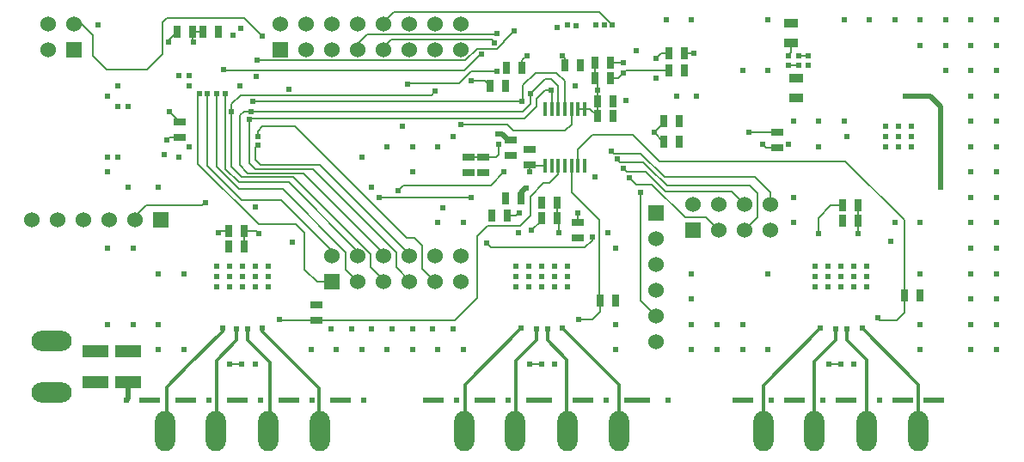
<source format=gbl>
G04 (created by PCBNEW (2013-07-07 BZR 4022)-stable) date 01/02/2015 03:27:20*
%MOIN*%
G04 Gerber Fmt 3.4, Leading zero omitted, Abs format*
%FSLAX34Y34*%
G01*
G70*
G90*
G04 APERTURE LIST*
%ADD10C,0.00590551*%
%ADD11R,0.017X0.055*%
%ADD12R,0.025X0.045*%
%ADD13R,0.045X0.025*%
%ADD14O,0.156X0.078*%
%ADD15R,0.1X0.05*%
%ADD16R,0.055X0.035*%
%ADD17O,0.078X0.156*%
%ADD18R,0.06X0.06*%
%ADD19C,0.06*%
%ADD20C,0.024*%
%ADD21C,0.02*%
%ADD22C,0.006*%
%ADD23C,0.00787402*%
%ADD24C,0.011811*%
G04 APERTURE END LIST*
G54D10*
G54D11*
X63760Y-40100D03*
X63510Y-40100D03*
X63250Y-40100D03*
X63000Y-40100D03*
X62740Y-40100D03*
X62485Y-40100D03*
X62230Y-40100D03*
X62230Y-37900D03*
X62485Y-37900D03*
X62740Y-37900D03*
X63000Y-37900D03*
X63255Y-37900D03*
X63510Y-37900D03*
X63765Y-37900D03*
G54D12*
X64266Y-37598D03*
X64866Y-37598D03*
G54D13*
X61614Y-40063D03*
X61614Y-39463D03*
G54D12*
X64266Y-38188D03*
X64866Y-38188D03*
G54D14*
X43110Y-46923D03*
X43110Y-48893D03*
G54D12*
X73755Y-42244D03*
X74355Y-42244D03*
X74355Y-41653D03*
X73755Y-41653D03*
X49975Y-43228D03*
X50575Y-43228D03*
X50575Y-42637D03*
X49975Y-42637D03*
X62701Y-42125D03*
X62101Y-42125D03*
X62101Y-41535D03*
X62701Y-41535D03*
G54D13*
X71240Y-39414D03*
X71240Y-38814D03*
G54D15*
X46062Y-48513D03*
X46062Y-47313D03*
X44803Y-48513D03*
X44803Y-47313D03*
G54D16*
X71968Y-36711D03*
X71968Y-37461D03*
X71771Y-35335D03*
X71771Y-34585D03*
G54D13*
X48050Y-38400D03*
X48050Y-39000D03*
G54D12*
X48951Y-34921D03*
X49551Y-34921D03*
X47967Y-34921D03*
X48567Y-34921D03*
X60100Y-37000D03*
X60700Y-37000D03*
X66845Y-38385D03*
X67445Y-38385D03*
X66845Y-39173D03*
X67445Y-39173D03*
G54D13*
X59842Y-39759D03*
X59842Y-40359D03*
X59251Y-39759D03*
X59251Y-40359D03*
G54D12*
X60772Y-42047D03*
X60172Y-42047D03*
X61323Y-36318D03*
X60723Y-36318D03*
G54D13*
X63484Y-42318D03*
X63484Y-42918D03*
G54D12*
X67622Y-35728D03*
X67022Y-35728D03*
X64168Y-36712D03*
X64768Y-36712D03*
X64168Y-36122D03*
X64768Y-36122D03*
X67022Y-36417D03*
X67622Y-36417D03*
G54D13*
X60905Y-39109D03*
X60905Y-39709D03*
G54D12*
X61284Y-41377D03*
X60684Y-41377D03*
X62987Y-36220D03*
X63587Y-36220D03*
G54D17*
X47510Y-50400D03*
X49480Y-50400D03*
X51500Y-50400D03*
X53500Y-50400D03*
X59110Y-50400D03*
X61080Y-50400D03*
X63100Y-50400D03*
X65100Y-50400D03*
X70710Y-50400D03*
X72680Y-50400D03*
X74700Y-50400D03*
X76700Y-50400D03*
G54D13*
X53350Y-46100D03*
X53350Y-45500D03*
G54D12*
X64350Y-45350D03*
X64950Y-45350D03*
X76150Y-45150D03*
X76750Y-45150D03*
G54D18*
X51972Y-35618D03*
G54D19*
X51972Y-34618D03*
X52972Y-35618D03*
X52972Y-34618D03*
X53972Y-35618D03*
X53972Y-34618D03*
X54972Y-35618D03*
X54972Y-34618D03*
X55972Y-35618D03*
X55972Y-34618D03*
X56972Y-35618D03*
X56972Y-34618D03*
X57972Y-35618D03*
X57972Y-34618D03*
X58972Y-35618D03*
X58972Y-34618D03*
G54D18*
X43972Y-35618D03*
G54D19*
X42972Y-35618D03*
X43972Y-34618D03*
X42972Y-34618D03*
G54D18*
X47342Y-42204D03*
G54D19*
X46342Y-42204D03*
X45342Y-42204D03*
X44342Y-42204D03*
X43342Y-42204D03*
X42342Y-42204D03*
G54D18*
X66515Y-41929D03*
G54D19*
X66515Y-42929D03*
X66515Y-43929D03*
X66515Y-44929D03*
X66515Y-45929D03*
X66515Y-46929D03*
G54D18*
X53972Y-44618D03*
G54D19*
X53972Y-43618D03*
X54972Y-44618D03*
X54972Y-43618D03*
X55972Y-44618D03*
X55972Y-43618D03*
X56972Y-44618D03*
X56972Y-43618D03*
X57972Y-44618D03*
X57972Y-43618D03*
X58972Y-44618D03*
X58972Y-43618D03*
G54D18*
X67972Y-42618D03*
G54D19*
X67972Y-41618D03*
X68972Y-42618D03*
X68972Y-41618D03*
X69972Y-42618D03*
X69972Y-41618D03*
X70972Y-42618D03*
X70972Y-41618D03*
G54D20*
X62100Y-44400D03*
X62600Y-44400D03*
X63100Y-44400D03*
X62600Y-44000D03*
X62100Y-44000D03*
X62100Y-44800D03*
X62600Y-44800D03*
X63100Y-44800D03*
X63100Y-44000D03*
X61600Y-44000D03*
X61600Y-44400D03*
X61600Y-44800D03*
X61100Y-44000D03*
X61100Y-44400D03*
X61100Y-44800D03*
X50500Y-44400D03*
X51000Y-44400D03*
X51500Y-44400D03*
X51500Y-44000D03*
X51000Y-44000D03*
X50500Y-44000D03*
X50000Y-44000D03*
X49500Y-44000D03*
X49500Y-44400D03*
X50000Y-44400D03*
X50500Y-44800D03*
X50000Y-44800D03*
X49500Y-44800D03*
X51000Y-44800D03*
X51500Y-44800D03*
X73700Y-44400D03*
X74200Y-44400D03*
X74700Y-44400D03*
X74700Y-44800D03*
X74200Y-44800D03*
X73700Y-44800D03*
X73200Y-44800D03*
X72700Y-44800D03*
X72700Y-44400D03*
X73200Y-44400D03*
X73700Y-44000D03*
X74200Y-44000D03*
X74700Y-44000D03*
X73200Y-44000D03*
X72700Y-44000D03*
X75925Y-38976D03*
X76417Y-38976D03*
X76417Y-38582D03*
X75925Y-38582D03*
X76417Y-39370D03*
X75925Y-39370D03*
X75433Y-39370D03*
X75433Y-38976D03*
X75433Y-38582D03*
X79724Y-47244D03*
X79724Y-46259D03*
X79724Y-45275D03*
X79724Y-44291D03*
X79724Y-43307D03*
X79724Y-42322D03*
X79724Y-41338D03*
X79724Y-40354D03*
X79724Y-39370D03*
X79724Y-38385D03*
X79724Y-37401D03*
X79724Y-36417D03*
X79724Y-35433D03*
X79724Y-34448D03*
X78740Y-34448D03*
X77755Y-34448D03*
X76771Y-34448D03*
X75787Y-34448D03*
X74803Y-34448D03*
X73818Y-34448D03*
X70866Y-34448D03*
X67913Y-34448D03*
X66929Y-34448D03*
X69881Y-36417D03*
X70866Y-36417D03*
X67913Y-47244D03*
X67913Y-46259D03*
X67913Y-45275D03*
X67913Y-44291D03*
X68897Y-47244D03*
X68897Y-46259D03*
X69881Y-46259D03*
X69881Y-47244D03*
X70866Y-47244D03*
X71850Y-42322D03*
X71850Y-41338D03*
X75787Y-42322D03*
X76771Y-42322D03*
X64960Y-46259D03*
X64960Y-47244D03*
X59055Y-47244D03*
X58070Y-47244D03*
X57086Y-47244D03*
X56102Y-47244D03*
X55118Y-47244D03*
X54133Y-47244D03*
X53149Y-47244D03*
X58070Y-42322D03*
X59055Y-42322D03*
X46259Y-46259D03*
X45275Y-46259D03*
X47244Y-46259D03*
X47244Y-47244D03*
X48228Y-47244D03*
X47244Y-44291D03*
X48228Y-44291D03*
X46259Y-43307D03*
X45275Y-43307D03*
X56102Y-39370D03*
X57086Y-39370D03*
X58070Y-39370D03*
X57086Y-40354D03*
X45275Y-37401D03*
X45275Y-40354D03*
X72834Y-38385D03*
X71850Y-38385D03*
X73818Y-38385D03*
X72834Y-39370D03*
X77755Y-35433D03*
X76771Y-35433D03*
X78740Y-35433D03*
X78740Y-36417D03*
X77755Y-36417D03*
X78740Y-37401D03*
X78740Y-38385D03*
X78740Y-39370D03*
X78740Y-40354D03*
X78740Y-41338D03*
X78740Y-42322D03*
X78740Y-43307D03*
X78740Y-44291D03*
X78740Y-45275D03*
X78740Y-47244D03*
X78740Y-46259D03*
X76771Y-46259D03*
X76771Y-47244D03*
X76771Y-44291D03*
X70866Y-44291D03*
X48031Y-39763D03*
X48425Y-39370D03*
X46062Y-40944D03*
X47244Y-40944D03*
X50393Y-37007D03*
X48031Y-36614D03*
X48425Y-36614D03*
X48425Y-37007D03*
X45669Y-37007D03*
X45669Y-37795D03*
X46062Y-37795D03*
X45669Y-39763D03*
X45275Y-39763D03*
X44881Y-34645D03*
X56692Y-38582D03*
X55118Y-39763D03*
X55511Y-40944D03*
X58661Y-38976D03*
X58267Y-41732D03*
X64173Y-40551D03*
X63385Y-37007D03*
X67322Y-37401D03*
X68110Y-37401D03*
X53937Y-46456D03*
X54724Y-46456D03*
X55511Y-46456D03*
X56299Y-46456D03*
X57086Y-46456D03*
X57874Y-46456D03*
X58661Y-46456D03*
X50433Y-34763D03*
X61496Y-40984D03*
X60393Y-38858D03*
X65354Y-37559D03*
X62893Y-35826D03*
X61600Y-49200D03*
X62400Y-49200D03*
X63400Y-49200D03*
X64000Y-49200D03*
X64600Y-49200D03*
X57600Y-49200D03*
X58200Y-49200D03*
X58800Y-49200D03*
X52000Y-49200D03*
X52600Y-49200D03*
X53200Y-49200D03*
X46000Y-49200D03*
X46600Y-49200D03*
X47200Y-49200D03*
X48000Y-49200D03*
X48600Y-49200D03*
X49200Y-49200D03*
X51200Y-49200D03*
X50600Y-49200D03*
X50000Y-49200D03*
X55200Y-49200D03*
X54600Y-49200D03*
X54000Y-49200D03*
X60800Y-49200D03*
X60200Y-49200D03*
X59600Y-49200D03*
X67000Y-49200D03*
X66200Y-49200D03*
X65400Y-49200D03*
X72200Y-49200D03*
X71600Y-49200D03*
X71000Y-49200D03*
X77600Y-49200D03*
X77000Y-49200D03*
X76400Y-49200D03*
X75800Y-49200D03*
X75200Y-49200D03*
X73000Y-49200D03*
X73600Y-49200D03*
X74200Y-49200D03*
X69600Y-49200D03*
X70200Y-49200D03*
X76181Y-37401D03*
X77559Y-40944D03*
X75629Y-43031D03*
X52440Y-43070D03*
X50118Y-35039D03*
X49566Y-42716D03*
X66456Y-38818D03*
X72834Y-42755D03*
X47480Y-39665D03*
X51003Y-41712D03*
X64960Y-43307D03*
X47637Y-35314D03*
X61181Y-42716D03*
X52283Y-37125D03*
X59350Y-36811D03*
X64251Y-37165D03*
X61515Y-35826D03*
X64665Y-42716D03*
X63484Y-41929D03*
X61712Y-42618D03*
X61220Y-41929D03*
X61614Y-40354D03*
X60433Y-39271D03*
X65748Y-35629D03*
X68011Y-35728D03*
X66535Y-36712D03*
X73917Y-38976D03*
X71653Y-39271D03*
X70669Y-39271D03*
X72440Y-36220D03*
X72440Y-35826D03*
X72047Y-35826D03*
X72047Y-36220D03*
X71653Y-36220D03*
X71653Y-35826D03*
X51141Y-42755D03*
X62755Y-42716D03*
X74370Y-42755D03*
X50826Y-37992D03*
X61653Y-37322D03*
X50905Y-37598D03*
X61338Y-37598D03*
X57972Y-37204D03*
X50078Y-37992D03*
X50748Y-38307D03*
X62480Y-37165D03*
X59763Y-35787D03*
X49763Y-36377D03*
X60350Y-36450D03*
X56900Y-36950D03*
X65255Y-40196D03*
X65492Y-40570D03*
X64783Y-39527D03*
X65019Y-39842D03*
X64527Y-34645D03*
X64842Y-34645D03*
X64212Y-34645D03*
X63425Y-34685D03*
X62696Y-34724D03*
X63090Y-34625D03*
X60374Y-34960D03*
X60275Y-35334D03*
X49724Y-46417D03*
X61299Y-46417D03*
X72913Y-46417D03*
X50275Y-46456D03*
X61889Y-46456D03*
X73503Y-46456D03*
X51259Y-46417D03*
X62913Y-46417D03*
X74527Y-46417D03*
X50708Y-46456D03*
X62322Y-46456D03*
X73937Y-46456D03*
X58976Y-38503D03*
X48582Y-35314D03*
X59350Y-41338D03*
X55787Y-41338D03*
X61023Y-34881D03*
X51062Y-36023D03*
X60629Y-40354D03*
X56535Y-41062D03*
X49133Y-37322D03*
X48818Y-37322D03*
X51102Y-39291D03*
X51102Y-38976D03*
X49842Y-37322D03*
X49488Y-37322D03*
X47650Y-38000D03*
X51929Y-46062D03*
X63543Y-46062D03*
X75118Y-46023D03*
X47550Y-39100D03*
X49055Y-41535D03*
X64055Y-42874D03*
X59980Y-43110D03*
X65944Y-41141D03*
X73228Y-47795D03*
X73700Y-47795D03*
X74212Y-47795D03*
X62598Y-47795D03*
X62086Y-47795D03*
X61614Y-47795D03*
X50000Y-47795D03*
X50472Y-47795D03*
X50984Y-47795D03*
X51023Y-36653D03*
X51259Y-35078D03*
X70118Y-38818D03*
X65255Y-36515D03*
X65255Y-36122D03*
X66535Y-35925D03*
G54D21*
X61496Y-40984D02*
X61456Y-40984D01*
X61284Y-41156D02*
X61284Y-41377D01*
X61456Y-40984D02*
X61284Y-41156D01*
X60905Y-39109D02*
X60802Y-39109D01*
X60551Y-38858D02*
X60393Y-38858D01*
X60802Y-39109D02*
X60551Y-38858D01*
G54D22*
X62987Y-35920D02*
X62987Y-36220D01*
X62893Y-35826D02*
X62987Y-35920D01*
G54D21*
X61600Y-49200D02*
X62400Y-49200D01*
X63400Y-49200D02*
X64000Y-49200D01*
X57600Y-49200D02*
X58200Y-49200D01*
X52000Y-49200D02*
X52600Y-49200D01*
X46062Y-49137D02*
X46000Y-49200D01*
X46600Y-49200D02*
X47200Y-49200D01*
X48000Y-49200D02*
X48600Y-49200D01*
X46062Y-48513D02*
X46062Y-49137D01*
X50000Y-49200D02*
X50600Y-49200D01*
X54000Y-49200D02*
X54600Y-49200D01*
X59600Y-49200D02*
X60200Y-49200D01*
X65400Y-49200D02*
X66200Y-49200D01*
X72200Y-49200D02*
X71600Y-49200D01*
X77600Y-49200D02*
X77000Y-49200D01*
X76400Y-49200D02*
X75800Y-49200D01*
X74200Y-49200D02*
X73600Y-49200D01*
X70200Y-49200D02*
X69600Y-49200D01*
X77559Y-40944D02*
X77559Y-37795D01*
X77165Y-37401D02*
X76181Y-37401D01*
X77559Y-37795D02*
X77165Y-37401D01*
G54D23*
X64266Y-38188D02*
X64266Y-37598D01*
X49975Y-42637D02*
X49645Y-42637D01*
X49645Y-42637D02*
X49566Y-42716D01*
X66845Y-39173D02*
X66811Y-39173D01*
X66811Y-39173D02*
X66456Y-38818D01*
X66845Y-38385D02*
X66845Y-38429D01*
X66845Y-38429D02*
X66456Y-38818D01*
X73755Y-41653D02*
X73307Y-41653D01*
X72834Y-42125D02*
X72834Y-42755D01*
X73307Y-41653D02*
X72834Y-42125D01*
X47637Y-35314D02*
X47637Y-35251D01*
X47637Y-35251D02*
X47967Y-34921D01*
X59350Y-36811D02*
X59911Y-36811D01*
X59911Y-36811D02*
X60100Y-37000D01*
X64266Y-37204D02*
X64266Y-37180D01*
X64266Y-37180D02*
X64251Y-37165D01*
X61323Y-36318D02*
X61323Y-36018D01*
X61323Y-36018D02*
X61515Y-35826D01*
X63484Y-41929D02*
X63484Y-42318D01*
X62101Y-42125D02*
X62101Y-42229D01*
X62101Y-42229D02*
X61712Y-42618D01*
X61102Y-42047D02*
X60772Y-42047D01*
X61220Y-41929D02*
X61102Y-42047D01*
X61614Y-40063D02*
X61614Y-40354D01*
X59842Y-39759D02*
X60339Y-39759D01*
X60433Y-39665D02*
X60433Y-39271D01*
X60339Y-39759D02*
X60433Y-39665D01*
X59251Y-39759D02*
X59842Y-39759D01*
X62230Y-40100D02*
X61650Y-40100D01*
X61650Y-40100D02*
X61614Y-40063D01*
X63765Y-37900D02*
X63977Y-37900D01*
X63977Y-37900D02*
X64266Y-38188D01*
X63510Y-37900D02*
X63765Y-37900D01*
X64168Y-36122D02*
X64168Y-36712D01*
X64168Y-36712D02*
X64266Y-36811D01*
X64266Y-36811D02*
X64266Y-37204D01*
X64266Y-37204D02*
X64266Y-38188D01*
X67622Y-35728D02*
X68011Y-35728D01*
X71240Y-39414D02*
X70811Y-39414D01*
X70811Y-39414D02*
X70669Y-39271D01*
X71771Y-35335D02*
X71771Y-35708D01*
X72047Y-35826D02*
X72440Y-35826D01*
X71653Y-36220D02*
X72047Y-36220D01*
X71771Y-35708D02*
X71653Y-35826D01*
G54D22*
X50575Y-42637D02*
X51023Y-42637D01*
X51023Y-42637D02*
X51141Y-42755D01*
X50575Y-43228D02*
X50575Y-42637D01*
X62701Y-41535D02*
X62701Y-42125D01*
X62701Y-42125D02*
X62755Y-42180D01*
X62755Y-42180D02*
X62755Y-42716D01*
X74355Y-42244D02*
X74355Y-42740D01*
X74355Y-42740D02*
X74370Y-42755D01*
X74355Y-41653D02*
X74355Y-42244D01*
X61653Y-37322D02*
X61653Y-37696D01*
X61358Y-37992D02*
X50826Y-37992D01*
X61653Y-37696D02*
X61358Y-37992D01*
X55972Y-43618D02*
X55972Y-43492D01*
X50551Y-37992D02*
X50393Y-38149D01*
X50393Y-38149D02*
X50393Y-40078D01*
X50393Y-40078D02*
X50708Y-40393D01*
X50708Y-40393D02*
X52834Y-40393D01*
X50826Y-37992D02*
X50551Y-37992D01*
X55972Y-43492D02*
X52874Y-40393D01*
X52874Y-40393D02*
X52834Y-40393D01*
X62740Y-36991D02*
X62740Y-37900D01*
X62480Y-36732D02*
X62740Y-36991D01*
X62244Y-36732D02*
X62480Y-36732D01*
X61653Y-37322D02*
X62244Y-36732D01*
X50905Y-37598D02*
X51023Y-37598D01*
X50984Y-37598D02*
X51023Y-37598D01*
X51023Y-37598D02*
X61338Y-37598D01*
X63000Y-36818D02*
X63000Y-37900D01*
X62677Y-36496D02*
X63000Y-36818D01*
X61850Y-36496D02*
X62677Y-36496D01*
X61377Y-36968D02*
X61850Y-36496D01*
X61377Y-37559D02*
X61377Y-36968D01*
X61338Y-37598D02*
X61377Y-37559D01*
X50078Y-37992D02*
X50078Y-37716D01*
X57814Y-37362D02*
X57972Y-37204D01*
X51181Y-37362D02*
X57814Y-37362D01*
X51181Y-37362D02*
X50826Y-37362D01*
X50433Y-37362D02*
X50826Y-37362D01*
X50078Y-37716D02*
X50433Y-37362D01*
X50078Y-37992D02*
X50078Y-40157D01*
X55972Y-44555D02*
X55972Y-44618D01*
X55472Y-44055D02*
X55972Y-44555D01*
X55472Y-43543D02*
X55472Y-44055D01*
X52480Y-40551D02*
X55472Y-43543D01*
X50472Y-40551D02*
X52480Y-40551D01*
X50078Y-40157D02*
X50472Y-40551D01*
X50748Y-38307D02*
X50748Y-40000D01*
X56972Y-44570D02*
X56972Y-44618D01*
X56456Y-44055D02*
X56972Y-44570D01*
X56456Y-43464D02*
X56456Y-44055D01*
X53228Y-40236D02*
X56456Y-43464D01*
X50984Y-40236D02*
X53228Y-40236D01*
X50748Y-40000D02*
X50984Y-40236D01*
X62244Y-37165D02*
X62480Y-37165D01*
X61909Y-37500D02*
X62244Y-37165D01*
X61909Y-37795D02*
X61909Y-37500D01*
X61417Y-38287D02*
X61909Y-37795D01*
X50925Y-38287D02*
X61417Y-38287D01*
X50767Y-38287D02*
X50925Y-38287D01*
X50748Y-38307D02*
X50767Y-38287D01*
X62485Y-37170D02*
X62485Y-37900D01*
X62480Y-37165D02*
X62485Y-37170D01*
X59724Y-35787D02*
X59763Y-35787D01*
X59094Y-36417D02*
X59724Y-35787D01*
X49803Y-36417D02*
X59094Y-36417D01*
X49763Y-36377D02*
X49803Y-36417D01*
X59361Y-36450D02*
X60350Y-36450D01*
X58911Y-36900D02*
X59361Y-36450D01*
X56950Y-36900D02*
X58911Y-36900D01*
X56900Y-36950D02*
X56950Y-36900D01*
X69476Y-41122D02*
X69972Y-41618D01*
X66909Y-41122D02*
X69476Y-41122D01*
X66122Y-40334D02*
X66909Y-41122D01*
X65393Y-40334D02*
X66122Y-40334D01*
X65255Y-40196D02*
X65393Y-40334D01*
X68460Y-42106D02*
X68972Y-42618D01*
X67657Y-42106D02*
X68460Y-42106D01*
X66377Y-40826D02*
X67657Y-42106D01*
X65748Y-40826D02*
X66377Y-40826D01*
X65492Y-40570D02*
X65748Y-40826D01*
X70972Y-41149D02*
X70972Y-41618D01*
X70354Y-40531D02*
X70972Y-41149D01*
X66850Y-40531D02*
X70354Y-40531D01*
X65944Y-39625D02*
X66850Y-40531D01*
X64881Y-39625D02*
X65944Y-39625D01*
X64783Y-39527D02*
X64881Y-39625D01*
X70472Y-42118D02*
X69972Y-42618D01*
X70472Y-41181D02*
X70472Y-42118D01*
X70177Y-40885D02*
X70472Y-41181D01*
X66948Y-40885D02*
X70177Y-40885D01*
X66259Y-40196D02*
X66948Y-40885D01*
X66259Y-40196D02*
X66259Y-40196D01*
X66023Y-39960D02*
X66259Y-40196D01*
X65137Y-39960D02*
X66023Y-39960D01*
X65019Y-39842D02*
X65137Y-39960D01*
X55972Y-34539D02*
X56377Y-34133D01*
X56377Y-34133D02*
X64094Y-34133D01*
X55972Y-34539D02*
X55972Y-34618D01*
X64330Y-34133D02*
X64094Y-34133D01*
X64842Y-34645D02*
X64330Y-34133D01*
X54972Y-35618D02*
X54972Y-35362D01*
X60314Y-35019D02*
X60374Y-34960D01*
X55314Y-35019D02*
X60314Y-35019D01*
X54972Y-35362D02*
X55314Y-35019D01*
X55972Y-35618D02*
X55972Y-35503D01*
X60157Y-35216D02*
X60275Y-35334D01*
X56259Y-35216D02*
X60157Y-35216D01*
X55972Y-35503D02*
X56259Y-35216D01*
G54D24*
X47557Y-48702D02*
X47557Y-50393D01*
X48405Y-47854D02*
X47557Y-48702D01*
X48405Y-47854D02*
X48405Y-47854D01*
X49724Y-46535D02*
X48405Y-47854D01*
X49724Y-46417D02*
X49724Y-46535D01*
X59121Y-48594D02*
X59121Y-50343D01*
X61299Y-46417D02*
X59121Y-48594D01*
X72913Y-46417D02*
X70686Y-48644D01*
X70686Y-48644D02*
X70686Y-50393D01*
X49497Y-47667D02*
X49497Y-50493D01*
X50275Y-46456D02*
X50275Y-46889D01*
X50275Y-46889D02*
X49497Y-47667D01*
X61111Y-47667D02*
X61111Y-50443D01*
X61889Y-46889D02*
X61111Y-47667D01*
X61889Y-46811D02*
X61889Y-46889D01*
X61889Y-46456D02*
X61889Y-46811D01*
X73503Y-46456D02*
X73503Y-46811D01*
X73503Y-46811D02*
X73503Y-46889D01*
X73503Y-46889D02*
X72676Y-47717D01*
X72676Y-47717D02*
X72676Y-50393D01*
X53476Y-48752D02*
X53476Y-50443D01*
X51259Y-46535D02*
X53476Y-48752D01*
X51259Y-46417D02*
X51259Y-46535D01*
X65090Y-48594D02*
X65090Y-50393D01*
X62913Y-46417D02*
X65090Y-48594D01*
X74527Y-46417D02*
X76704Y-48594D01*
X76704Y-48594D02*
X76704Y-50393D01*
X51556Y-47737D02*
X51556Y-50393D01*
X50708Y-46889D02*
X51556Y-47737D01*
X50708Y-46456D02*
X50708Y-46889D01*
X63070Y-47637D02*
X63070Y-50393D01*
X62322Y-46889D02*
X63070Y-47637D01*
X62322Y-46456D02*
X62322Y-46889D01*
X73937Y-46456D02*
X73937Y-46889D01*
X73937Y-46889D02*
X74684Y-47637D01*
X74684Y-47637D02*
X74684Y-50393D01*
G54D22*
X63000Y-38750D02*
X63255Y-38495D01*
X63255Y-38495D02*
X63255Y-37900D01*
X59822Y-38500D02*
X60750Y-38500D01*
X60750Y-38500D02*
X61000Y-38750D01*
X61000Y-38750D02*
X63000Y-38750D01*
X58980Y-38500D02*
X59822Y-38500D01*
X58976Y-38503D02*
X58980Y-38500D01*
X48567Y-34921D02*
X48567Y-35300D01*
X48567Y-35300D02*
X48582Y-35314D01*
X48951Y-34921D02*
X48567Y-34921D01*
X55787Y-41338D02*
X59350Y-41338D01*
X61023Y-34881D02*
X60629Y-35275D01*
X60629Y-35275D02*
X60629Y-35314D01*
X60629Y-35314D02*
X60374Y-35570D01*
X60374Y-35570D02*
X59586Y-35570D01*
X59586Y-35570D02*
X59133Y-36023D01*
X59133Y-36023D02*
X51062Y-36023D01*
X56732Y-40866D02*
X60118Y-40866D01*
X60118Y-40866D02*
X60629Y-40354D01*
X56535Y-41062D02*
X56732Y-40866D01*
X53972Y-43421D02*
X53972Y-43618D01*
X52007Y-41456D02*
X53972Y-43421D01*
X50472Y-41456D02*
X52007Y-41456D01*
X49133Y-40118D02*
X50472Y-41456D01*
X49133Y-37952D02*
X49133Y-40118D01*
X49133Y-37952D02*
X49133Y-37952D01*
X49133Y-37322D02*
X49133Y-37952D01*
X53397Y-44618D02*
X53972Y-44618D01*
X52913Y-44133D02*
X53397Y-44618D01*
X52913Y-42716D02*
X52913Y-44133D01*
X52578Y-42381D02*
X52913Y-42716D01*
X51122Y-42381D02*
X52578Y-42381D01*
X48779Y-40039D02*
X51122Y-42381D01*
X48779Y-37362D02*
X48779Y-40039D01*
X48818Y-37322D02*
X48779Y-37362D01*
X56972Y-43618D02*
X56972Y-43547D01*
X51102Y-39291D02*
X50984Y-39409D01*
X50984Y-39409D02*
X50984Y-39881D01*
X50984Y-39881D02*
X51181Y-40078D01*
X51181Y-40078D02*
X53503Y-40078D01*
X53503Y-40078D02*
X54291Y-40866D01*
X54291Y-40866D02*
X54291Y-40866D01*
X56972Y-43547D02*
X54291Y-40866D01*
X57460Y-44106D02*
X57972Y-44618D01*
X57460Y-43208D02*
X57460Y-44106D01*
X57165Y-42913D02*
X57460Y-43208D01*
X56870Y-42913D02*
X57165Y-42913D01*
X52539Y-38582D02*
X56870Y-42913D01*
X51279Y-38582D02*
X52539Y-38582D01*
X51082Y-38779D02*
X51279Y-38582D01*
X51082Y-38956D02*
X51082Y-38779D01*
X51102Y-38976D02*
X51082Y-38956D01*
X54972Y-43437D02*
X54972Y-43618D01*
X52283Y-40748D02*
X54972Y-43437D01*
X50354Y-40748D02*
X52283Y-40748D01*
X49842Y-40236D02*
X50354Y-40748D01*
X49842Y-38188D02*
X49842Y-40236D01*
X49842Y-37322D02*
X49842Y-38188D01*
X54488Y-44133D02*
X54972Y-44618D01*
X54488Y-43464D02*
X54488Y-44133D01*
X52047Y-41023D02*
X54488Y-43464D01*
X50354Y-41023D02*
X52047Y-41023D01*
X49488Y-40157D02*
X50354Y-41023D01*
X49488Y-37322D02*
X49488Y-40157D01*
X47650Y-38000D02*
X48050Y-38400D01*
X53350Y-46100D02*
X58742Y-46100D01*
X62740Y-40448D02*
X62740Y-40100D01*
X62401Y-40787D02*
X62740Y-40448D01*
X62165Y-40787D02*
X62401Y-40787D01*
X61653Y-41299D02*
X62165Y-40787D01*
X61653Y-42047D02*
X61653Y-41299D01*
X61259Y-42440D02*
X61653Y-42047D01*
X60000Y-42440D02*
X61259Y-42440D01*
X59606Y-42834D02*
X60000Y-42440D01*
X59606Y-45236D02*
X59606Y-42834D01*
X58742Y-46100D02*
X59606Y-45236D01*
X51966Y-46100D02*
X53350Y-46100D01*
X51929Y-46062D02*
X51966Y-46100D01*
X64350Y-45350D02*
X64350Y-45768D01*
X64055Y-46062D02*
X63543Y-46062D01*
X64350Y-45768D02*
X64055Y-46062D01*
X64330Y-42204D02*
X64330Y-45330D01*
X63250Y-40100D02*
X63250Y-41124D01*
X63250Y-41124D02*
X64330Y-42204D01*
X64330Y-45330D02*
X64350Y-45350D01*
X75866Y-46102D02*
X76150Y-45818D01*
X75118Y-46023D02*
X75196Y-46102D01*
X75196Y-46102D02*
X75866Y-46102D01*
X76150Y-45150D02*
X76150Y-45818D01*
X63510Y-40100D02*
X63510Y-39482D01*
X76150Y-42212D02*
X76150Y-45150D01*
X73877Y-39940D02*
X76150Y-42212D01*
X66653Y-39940D02*
X73877Y-39940D01*
X65629Y-38917D02*
X66653Y-39940D01*
X64074Y-38917D02*
X65629Y-38917D01*
X63510Y-39482D02*
X64074Y-38917D01*
X48050Y-39000D02*
X47650Y-39000D01*
X47650Y-39000D02*
X47550Y-39100D01*
X46342Y-42204D02*
X46342Y-42082D01*
X48937Y-41653D02*
X49055Y-41535D01*
X46771Y-41653D02*
X48937Y-41653D01*
X46342Y-42082D02*
X46771Y-41653D01*
X64055Y-42992D02*
X64055Y-42874D01*
X63779Y-43267D02*
X64055Y-42992D01*
X60137Y-43267D02*
X63779Y-43267D01*
X59980Y-43110D02*
X60137Y-43267D01*
X65925Y-45338D02*
X66515Y-45929D01*
X65925Y-41161D02*
X65925Y-45338D01*
X65944Y-41141D02*
X65925Y-41161D01*
X73228Y-47795D02*
X73700Y-47795D01*
X61614Y-47795D02*
X62086Y-47795D01*
X50472Y-47795D02*
X50000Y-47795D01*
X50551Y-34370D02*
X51259Y-35078D01*
X47559Y-34370D02*
X50551Y-34370D01*
X47401Y-34527D02*
X47559Y-34370D01*
X47401Y-35787D02*
X47401Y-34527D01*
X46811Y-36377D02*
X47401Y-35787D01*
X45236Y-36377D02*
X46811Y-36377D01*
X44685Y-35826D02*
X45236Y-36377D01*
X44685Y-35039D02*
X44685Y-35826D01*
X44263Y-34618D02*
X44685Y-35039D01*
X43972Y-34618D02*
X44263Y-34618D01*
X70122Y-38814D02*
X71240Y-38814D01*
X70118Y-38818D02*
X70122Y-38814D01*
X67022Y-36417D02*
X65354Y-36417D01*
X65354Y-36417D02*
X65255Y-36515D01*
X64768Y-36712D02*
X65059Y-36712D01*
X65059Y-36712D02*
X65255Y-36515D01*
X64768Y-36122D02*
X65255Y-36122D01*
X67022Y-35728D02*
X66732Y-35728D01*
X66732Y-35728D02*
X66535Y-35925D01*
M02*

</source>
